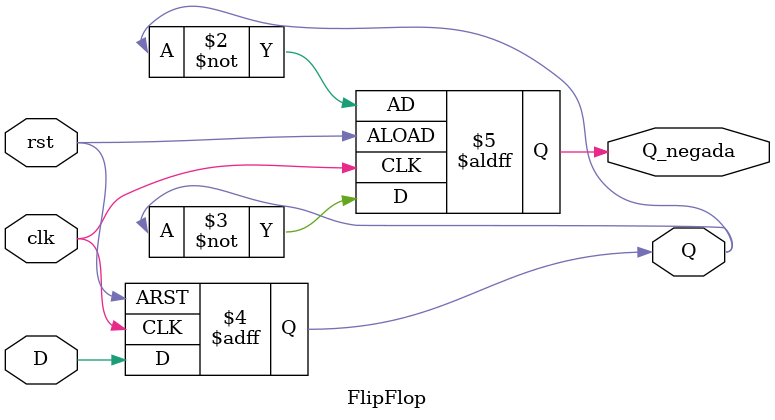
<source format=v>
module FlipFlop
(

	input D, clk, rst,
	
	output reg Q, Q_negada

);

always @(posedge clk or posedge rst)
begin 

	if(rst)
	begin
	
		Q <= 0;
		Q_negada = ~Q;
		
	end

	else
	begin
	
		Q <= D;
		Q_negada = ~Q;
		
	end
	
	
end

endmodule

</source>
